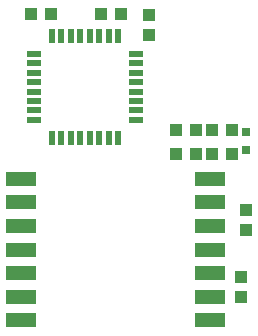
<source format=gtp>
G75*
%MOIN*%
%OFA0B0*%
%FSLAX24Y24*%
%IPPOS*%
%LPD*%
%AMOC8*
5,1,8,0,0,1.08239X$1,22.5*
%
%ADD10R,0.1000X0.0500*%
%ADD11R,0.0315X0.0315*%
%ADD12R,0.0394X0.0433*%
%ADD13R,0.0433X0.0394*%
%ADD14R,0.0220X0.0500*%
%ADD15R,0.0500X0.0220*%
D10*
X003175Y000538D03*
X003175Y001325D03*
X003175Y002113D03*
X003175Y002900D03*
X003175Y003687D03*
X003175Y004475D03*
X003175Y005262D03*
X009475Y005262D03*
X009475Y004475D03*
X009475Y003687D03*
X009475Y002900D03*
X009475Y002113D03*
X009475Y001325D03*
X009475Y000538D03*
D11*
X010675Y006230D03*
X010675Y006820D03*
D12*
X010210Y006100D03*
X009540Y006100D03*
X009010Y006100D03*
X008340Y006100D03*
X008340Y006900D03*
X009010Y006900D03*
X010675Y004235D03*
X010675Y003565D03*
X010500Y001985D03*
X010500Y001315D03*
X007450Y010040D03*
X007450Y010710D03*
D13*
X006510Y010750D03*
X005840Y010750D03*
X004185Y010750D03*
X003515Y010750D03*
X009540Y006900D03*
X010210Y006900D03*
D14*
X006402Y006635D03*
X006087Y006635D03*
X005772Y006635D03*
X005457Y006635D03*
X005143Y006635D03*
X004828Y006635D03*
X004513Y006635D03*
X004198Y006635D03*
X004198Y010015D03*
X004513Y010015D03*
X004828Y010015D03*
X005143Y010015D03*
X005457Y010015D03*
X005772Y010015D03*
X006087Y010015D03*
X006402Y010015D03*
D15*
X006990Y009427D03*
X006990Y009112D03*
X006990Y008797D03*
X006990Y008482D03*
X006990Y008168D03*
X006990Y007853D03*
X006990Y007538D03*
X006990Y007223D03*
X003610Y007223D03*
X003610Y007538D03*
X003610Y007853D03*
X003610Y008168D03*
X003610Y008482D03*
X003610Y008797D03*
X003610Y009112D03*
X003610Y009427D03*
M02*

</source>
